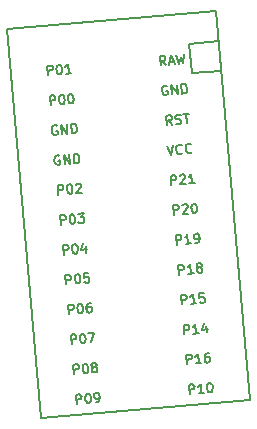
<source format=gbr>
%TF.GenerationSoftware,KiCad,Pcbnew,(5.1.10)-1*%
%TF.CreationDate,2021-07-20T22:46:25+02:00*%
%TF.ProjectId,metasepia_pfefferi_alu_bent,6d657461-7365-4706-9961-5f7066656666,VERSION_HERE*%
%TF.SameCoordinates,Original*%
%TF.FileFunction,Legend,Top*%
%TF.FilePolarity,Positive*%
%FSLAX46Y46*%
G04 Gerber Fmt 4.6, Leading zero omitted, Abs format (unit mm)*
G04 Created by KiCad (PCBNEW (5.1.10)-1) date 2021-07-20 22:46:25*
%MOMM*%
%LPD*%
G01*
G04 APERTURE LIST*
%ADD10C,0.150000*%
G04 APERTURE END LIST*
D10*
%TO.C,C1*%
X16333958Y68473712D02*
X18864293Y68695087D01*
X16112583Y71004046D02*
X18642917Y71225422D01*
X16112583Y71004046D02*
X16333958Y68473712D01*
X18421542Y73755756D02*
X709200Y72206127D01*
X21299424Y40861407D02*
X18421542Y73755756D01*
X3587083Y39311778D02*
X21299424Y40861407D01*
X709200Y72206127D02*
X3587083Y39311778D01*
X14160432Y69195116D02*
X13861577Y69551377D01*
X13705028Y69155273D02*
X13635304Y69952229D01*
X13938906Y69978791D01*
X14018127Y69947481D01*
X14059397Y69912851D01*
X14103988Y69840270D01*
X14113949Y69726420D01*
X14082639Y69647199D01*
X14048009Y69605928D01*
X13975428Y69561338D01*
X13671826Y69534776D01*
X14444112Y69449379D02*
X14823615Y69482581D01*
X14388133Y69215037D02*
X14584061Y70035234D01*
X14919437Y69261520D01*
X15039464Y70075077D02*
X15298940Y69294722D01*
X15400938Y69877257D01*
X15602542Y69321284D01*
X15722569Y70134841D01*
X14258477Y67418807D02*
X14179256Y67450117D01*
X14065405Y67440156D01*
X13954875Y67392245D01*
X13885615Y67309704D01*
X13854305Y67230483D01*
X13829635Y67075362D01*
X13839596Y66961511D01*
X13890827Y66813030D01*
X13935418Y66740450D01*
X14017959Y66671190D01*
X14135130Y66643200D01*
X14211030Y66649841D01*
X14321561Y66697752D01*
X14356191Y66739022D01*
X14332949Y67004674D01*
X14181148Y66991393D01*
X14704384Y66693004D02*
X14634659Y67489959D01*
X15159787Y66732846D01*
X15090063Y67529802D01*
X15539290Y66766048D02*
X15469565Y67563004D01*
X15659317Y67579605D01*
X15776488Y67551616D01*
X15859029Y67482356D01*
X15903619Y67409775D01*
X15954851Y67261294D01*
X15964811Y67147443D01*
X15940142Y66992322D01*
X15908832Y66913101D01*
X15839572Y66830560D01*
X15729041Y66782649D01*
X15539290Y66766048D01*
X14717033Y64144407D02*
X14418179Y64500669D01*
X14261630Y64104565D02*
X14191906Y64901521D01*
X14495508Y64928082D01*
X14574729Y64896772D01*
X14615999Y64862142D01*
X14660590Y64789562D01*
X14670550Y64675711D01*
X14639241Y64596490D01*
X14604610Y64555220D01*
X14532030Y64510629D01*
X14228428Y64484067D01*
X15017315Y64208919D02*
X15134486Y64180930D01*
X15324238Y64197531D01*
X15396818Y64242122D01*
X15431448Y64283392D01*
X15462758Y64362613D01*
X15456118Y64438513D01*
X15411527Y64511094D01*
X15370256Y64545724D01*
X15291036Y64577034D01*
X15135914Y64601703D01*
X15056694Y64633013D01*
X15015423Y64667643D01*
X14970832Y64740223D01*
X14964192Y64816124D01*
X14995502Y64895345D01*
X15030132Y64936615D01*
X15102712Y64981206D01*
X15292463Y64997807D01*
X15409635Y64969817D01*
X15634016Y65027689D02*
X16089419Y65067531D01*
X15931442Y64250654D02*
X15861718Y65047610D01*
X14242505Y62356246D02*
X14577882Y61582531D01*
X14773809Y62402729D01*
X15557949Y61744758D02*
X15523318Y61703487D01*
X15412788Y61655576D01*
X15336887Y61648936D01*
X15219716Y61676925D01*
X15137175Y61746185D01*
X15092585Y61818766D01*
X15041353Y61967247D01*
X15031393Y62081097D01*
X15056062Y62236219D01*
X15087372Y62315440D01*
X15156632Y62397981D01*
X15267163Y62445891D01*
X15343063Y62452532D01*
X15460234Y62424542D01*
X15501505Y62389912D01*
X16354904Y61814482D02*
X16320274Y61773212D01*
X16209744Y61725301D01*
X16133843Y61718660D01*
X16016672Y61746650D01*
X15934131Y61815910D01*
X15889540Y61888490D01*
X15838309Y62036971D01*
X15828349Y62150822D01*
X15853018Y62305943D01*
X15884328Y62385164D01*
X15953588Y62467705D01*
X16064118Y62515616D01*
X16140019Y62522256D01*
X16257190Y62494267D01*
X16298461Y62459637D01*
X14628481Y59037255D02*
X14558756Y59834211D01*
X14862358Y59860773D01*
X14941579Y59829463D01*
X14982849Y59794833D01*
X15027440Y59722253D01*
X15037401Y59608402D01*
X15006091Y59529181D01*
X14971461Y59487911D01*
X14898881Y59443320D01*
X14595278Y59416758D01*
X15324402Y59824715D02*
X15359032Y59865985D01*
X15431612Y59910576D01*
X15621364Y59927177D01*
X15700584Y59895867D01*
X15741855Y59861237D01*
X15786446Y59788657D01*
X15793086Y59712756D01*
X15765096Y59595585D01*
X15349536Y59100339D01*
X15842889Y59143502D01*
X16601895Y59209907D02*
X16146492Y59170064D01*
X16374193Y59189985D02*
X16304469Y59986941D01*
X16238529Y59866450D01*
X16169269Y59783909D01*
X16096688Y59739318D01*
X14849857Y56506921D02*
X14780132Y57303877D01*
X15083734Y57330439D01*
X15162955Y57299129D01*
X15204225Y57264499D01*
X15248816Y57191919D01*
X15258777Y57078068D01*
X15227467Y56998847D01*
X15192837Y56957577D01*
X15120257Y56912986D01*
X14816654Y56886424D01*
X15545778Y57294381D02*
X15580408Y57335651D01*
X15652988Y57380242D01*
X15842740Y57396843D01*
X15921960Y57365533D01*
X15963231Y57330903D01*
X16007822Y57258323D01*
X16014462Y57182422D01*
X15986472Y57065251D01*
X15570912Y56570005D01*
X16064265Y56613168D01*
X16487894Y57453287D02*
X16563795Y57459927D01*
X16643016Y57428618D01*
X16684286Y57393987D01*
X16728877Y57321407D01*
X16780108Y57172926D01*
X16796709Y56983175D01*
X16772040Y56828054D01*
X16740730Y56748833D01*
X16706100Y56707562D01*
X16633519Y56662972D01*
X16557619Y56656331D01*
X16478398Y56687641D01*
X16437128Y56722271D01*
X16392537Y56794851D01*
X16341306Y56943332D01*
X16324705Y57133084D01*
X16349374Y57288205D01*
X16380684Y57367426D01*
X16415314Y57408696D01*
X16487894Y57453287D01*
X15071232Y53976586D02*
X15001507Y54773542D01*
X15305109Y54800104D01*
X15384330Y54768794D01*
X15425600Y54734164D01*
X15470191Y54661584D01*
X15480152Y54547733D01*
X15448842Y54468512D01*
X15414212Y54427242D01*
X15341632Y54382651D01*
X15038029Y54356089D01*
X16285640Y54082833D02*
X15830237Y54042991D01*
X16057939Y54062912D02*
X15988214Y54859868D01*
X15922274Y54739377D01*
X15853014Y54656836D01*
X15780434Y54612245D01*
X16665143Y54116036D02*
X16816944Y54129316D01*
X16889525Y54173907D01*
X16924155Y54215178D01*
X16990094Y54335669D01*
X17014764Y54490790D01*
X16988202Y54794392D01*
X16943611Y54866973D01*
X16902341Y54901603D01*
X16823120Y54932913D01*
X16671319Y54919632D01*
X16598739Y54875041D01*
X16564109Y54833770D01*
X16532799Y54754550D01*
X16549400Y54564798D01*
X16593991Y54492218D01*
X16635261Y54457588D01*
X16714482Y54426278D01*
X16866283Y54439559D01*
X16938863Y54484150D01*
X16973493Y54525420D01*
X17004803Y54604641D01*
X15292608Y51446252D02*
X15222883Y52243208D01*
X15526485Y52269770D01*
X15605706Y52238460D01*
X15646976Y52203830D01*
X15691567Y52131250D01*
X15701528Y52017399D01*
X15670218Y51938178D01*
X15635588Y51896908D01*
X15563008Y51852317D01*
X15259405Y51825755D01*
X16507016Y51552499D02*
X16051613Y51512657D01*
X16279315Y51532578D02*
X16209590Y52329534D01*
X16143650Y52209043D01*
X16074390Y52126502D01*
X16001810Y52081911D01*
X16922577Y52047745D02*
X16843356Y52079055D01*
X16802086Y52113685D01*
X16757495Y52186265D01*
X16754175Y52224216D01*
X16785485Y52303436D01*
X16820115Y52344707D01*
X16892695Y52389298D01*
X17044496Y52402579D01*
X17123717Y52371269D01*
X17164987Y52336639D01*
X17209578Y52264058D01*
X17212898Y52226108D01*
X17181589Y52146887D01*
X17146958Y52105617D01*
X17074378Y52061026D01*
X16922577Y52047745D01*
X16849997Y52003155D01*
X16815367Y51961884D01*
X16784057Y51882663D01*
X16797338Y51730862D01*
X16841928Y51658282D01*
X16883199Y51623652D01*
X16962420Y51592342D01*
X17114221Y51605623D01*
X17186801Y51650214D01*
X17221431Y51691484D01*
X17252741Y51770705D01*
X17239460Y51922506D01*
X17194869Y51995086D01*
X17153599Y52029716D01*
X17074378Y52061026D01*
X15513984Y48915917D02*
X15444259Y49712873D01*
X15747861Y49739435D01*
X15827082Y49708125D01*
X15868352Y49673495D01*
X15912943Y49600915D01*
X15922904Y49487064D01*
X15891594Y49407843D01*
X15856964Y49366573D01*
X15784384Y49321982D01*
X15480781Y49295420D01*
X16728392Y49022164D02*
X16272989Y48982322D01*
X16500691Y49002243D02*
X16430966Y49799199D01*
X16365026Y49678708D01*
X16295766Y49596167D01*
X16223186Y49551576D01*
X17379723Y49882204D02*
X17000220Y49849002D01*
X16995472Y49466179D01*
X17030102Y49507450D01*
X17102683Y49552040D01*
X17292434Y49568641D01*
X17371655Y49537332D01*
X17412925Y49502701D01*
X17457516Y49430121D01*
X17474117Y49240370D01*
X17442807Y49161149D01*
X17408177Y49119879D01*
X17335597Y49075288D01*
X17145845Y49058687D01*
X17066625Y49089997D01*
X17025354Y49124627D01*
X15735359Y46385583D02*
X15665634Y47182539D01*
X15969236Y47209101D01*
X16048457Y47177791D01*
X16089727Y47143161D01*
X16134318Y47070581D01*
X16144279Y46956730D01*
X16112969Y46877509D01*
X16078339Y46836239D01*
X16005759Y46791648D01*
X15702156Y46765086D01*
X16949767Y46491830D02*
X16494364Y46451988D01*
X16722066Y46471909D02*
X16652341Y47268865D01*
X16586401Y47148374D01*
X16517141Y47065833D01*
X16444561Y47021242D01*
X17586389Y47082898D02*
X17632872Y46551594D01*
X17370076Y47369899D02*
X17230128Y46784044D01*
X17723482Y46827207D01*
X15956735Y43855248D02*
X15887010Y44652204D01*
X16190612Y44678766D01*
X16269833Y44647456D01*
X16311103Y44612826D01*
X16355694Y44540246D01*
X16365655Y44426395D01*
X16334345Y44347174D01*
X16299715Y44305904D01*
X16227135Y44261313D01*
X15923532Y44234751D01*
X17171143Y43961495D02*
X16715740Y43921653D01*
X16943442Y43941574D02*
X16873717Y44738530D01*
X16807777Y44618039D01*
X16738517Y44535498D01*
X16665937Y44490907D01*
X17784524Y44818215D02*
X17632723Y44804934D01*
X17560142Y44760343D01*
X17525512Y44719073D01*
X17459572Y44598582D01*
X17434903Y44443460D01*
X17461465Y44139858D01*
X17506055Y44067278D01*
X17547326Y44032648D01*
X17626547Y44001338D01*
X17778348Y44014619D01*
X17850928Y44059210D01*
X17885558Y44100480D01*
X17916868Y44179701D01*
X17900267Y44369452D01*
X17855676Y44442032D01*
X17814406Y44476663D01*
X17735185Y44507972D01*
X17583384Y44494692D01*
X17510803Y44450101D01*
X17476173Y44408830D01*
X17444864Y44329610D01*
X16178110Y41324914D02*
X16108385Y42121870D01*
X16411987Y42148432D01*
X16491208Y42117122D01*
X16532478Y42082492D01*
X16577069Y42009912D01*
X16587030Y41896061D01*
X16555720Y41816840D01*
X16521090Y41775570D01*
X16448510Y41730979D01*
X16144907Y41704417D01*
X17392518Y41431161D02*
X16937115Y41391319D01*
X17164817Y41411240D02*
X17095092Y42208196D01*
X17029152Y42087705D01*
X16959892Y42005164D01*
X16887312Y41960573D01*
X17816147Y42271280D02*
X17892048Y42277920D01*
X17971269Y42246611D01*
X18012539Y42211980D01*
X18057130Y42139400D01*
X18108361Y41990919D01*
X18124962Y41801168D01*
X18100293Y41646047D01*
X18068983Y41566826D01*
X18034353Y41525555D01*
X17961772Y41480965D01*
X17885872Y41474324D01*
X17806651Y41505634D01*
X17765381Y41540264D01*
X17720790Y41612844D01*
X17669559Y41761325D01*
X17652958Y41951077D01*
X17677627Y42106198D01*
X17708937Y42185419D01*
X17743567Y42226689D01*
X17816147Y42271280D01*
X4179510Y68321898D02*
X4109785Y69118854D01*
X4413387Y69145416D01*
X4492608Y69114106D01*
X4533878Y69079476D01*
X4578469Y69006896D01*
X4588430Y68893045D01*
X4557120Y68813824D01*
X4522490Y68772554D01*
X4449910Y68727963D01*
X4146307Y68701401D01*
X5058542Y69201860D02*
X5134442Y69208500D01*
X5213663Y69177190D01*
X5254934Y69142560D01*
X5299524Y69069980D01*
X5350756Y68921499D01*
X5367357Y68731748D01*
X5342687Y68576626D01*
X5311377Y68497405D01*
X5276747Y68456135D01*
X5204167Y68411544D01*
X5128266Y68404904D01*
X5049046Y68436214D01*
X5007775Y68470844D01*
X4963184Y68543424D01*
X4911953Y68691905D01*
X4895352Y68881656D01*
X4920022Y69036778D01*
X4951331Y69115998D01*
X4985962Y69157269D01*
X5058542Y69201860D01*
X6152924Y68494550D02*
X5697521Y68454707D01*
X5925222Y68474628D02*
X5855498Y69271584D01*
X5789558Y69151093D01*
X5720298Y69068552D01*
X5647717Y69023961D01*
X4400885Y65791564D02*
X4331160Y66588520D01*
X4634762Y66615082D01*
X4713983Y66583772D01*
X4755253Y66549142D01*
X4799844Y66476562D01*
X4809805Y66362711D01*
X4778495Y66283490D01*
X4743865Y66242220D01*
X4671285Y66197629D01*
X4367682Y66171067D01*
X5279917Y66671526D02*
X5355817Y66678166D01*
X5435038Y66646856D01*
X5476309Y66612226D01*
X5520899Y66539646D01*
X5572131Y66391165D01*
X5588732Y66201414D01*
X5564062Y66046292D01*
X5532752Y65967071D01*
X5498122Y65925801D01*
X5425542Y65881210D01*
X5349641Y65874570D01*
X5270421Y65905880D01*
X5229150Y65940510D01*
X5184559Y66013090D01*
X5133328Y66161571D01*
X5116727Y66351322D01*
X5141397Y66506444D01*
X5172706Y66585664D01*
X5207337Y66626935D01*
X5279917Y66671526D01*
X6038922Y66737930D02*
X6114823Y66744570D01*
X6194044Y66713261D01*
X6235314Y66678630D01*
X6279905Y66606050D01*
X6331136Y66457569D01*
X6347737Y66267818D01*
X6323068Y66112697D01*
X6291758Y66033476D01*
X6257128Y65992205D01*
X6184547Y65947615D01*
X6108647Y65940974D01*
X6029426Y65972284D01*
X5988156Y66006914D01*
X5943565Y66079494D01*
X5892334Y66227975D01*
X5875733Y66417727D01*
X5900402Y66572848D01*
X5931712Y66652069D01*
X5966342Y66693339D01*
X6038922Y66737930D01*
X4916384Y64051777D02*
X4837163Y64083087D01*
X4723312Y64073126D01*
X4612782Y64025215D01*
X4543522Y63942674D01*
X4512212Y63863453D01*
X4487542Y63708332D01*
X4497503Y63594481D01*
X4548734Y63446000D01*
X4593325Y63373420D01*
X4675866Y63304160D01*
X4793037Y63276170D01*
X4868937Y63282811D01*
X4979468Y63330722D01*
X5014098Y63371992D01*
X4990856Y63637644D01*
X4839055Y63624363D01*
X5362291Y63325974D02*
X5292566Y64122929D01*
X5817694Y63365816D01*
X5747970Y64162772D01*
X6197197Y63399018D02*
X6127472Y64195974D01*
X6317224Y64212575D01*
X6434395Y64184586D01*
X6516936Y64115326D01*
X6561526Y64042745D01*
X6612758Y63894264D01*
X6622718Y63780413D01*
X6598049Y63625292D01*
X6566739Y63546071D01*
X6497479Y63463530D01*
X6386948Y63415619D01*
X6197197Y63399018D01*
X5137759Y61521443D02*
X5058538Y61552753D01*
X4944687Y61542792D01*
X4834157Y61494881D01*
X4764897Y61412340D01*
X4733587Y61333119D01*
X4708917Y61177998D01*
X4718878Y61064147D01*
X4770109Y60915666D01*
X4814700Y60843086D01*
X4897241Y60773826D01*
X5014412Y60745836D01*
X5090312Y60752477D01*
X5200843Y60800388D01*
X5235473Y60841658D01*
X5212231Y61107310D01*
X5060430Y61094029D01*
X5583666Y60795640D02*
X5513941Y61592595D01*
X6039069Y60835482D01*
X5969345Y61632438D01*
X6418572Y60868684D02*
X6348847Y61665640D01*
X6538599Y61682241D01*
X6655770Y61654252D01*
X6738311Y61584992D01*
X6782901Y61512411D01*
X6834133Y61363930D01*
X6844093Y61250079D01*
X6819424Y61094958D01*
X6788114Y61015737D01*
X6718854Y60933196D01*
X6608323Y60885285D01*
X6418572Y60868684D01*
X5065012Y58200560D02*
X4995287Y58997516D01*
X5298889Y59024078D01*
X5378110Y58992768D01*
X5419380Y58958138D01*
X5463971Y58885558D01*
X5473932Y58771707D01*
X5442622Y58692486D01*
X5407992Y58651216D01*
X5335412Y58606625D01*
X5031809Y58580063D01*
X5944044Y59080522D02*
X6019944Y59087162D01*
X6099165Y59055852D01*
X6140436Y59021222D01*
X6185026Y58948642D01*
X6236258Y58800161D01*
X6252859Y58610410D01*
X6228189Y58455288D01*
X6196879Y58376067D01*
X6162249Y58334797D01*
X6089669Y58290206D01*
X6013768Y58283566D01*
X5934548Y58314876D01*
X5893277Y58349506D01*
X5848686Y58422086D01*
X5797455Y58570567D01*
X5780854Y58760318D01*
X5805524Y58915440D01*
X5836833Y58994660D01*
X5871464Y59035931D01*
X5944044Y59080522D01*
X6519938Y59054424D02*
X6554568Y59095695D01*
X6627149Y59140285D01*
X6816900Y59156887D01*
X6896121Y59125577D01*
X6937391Y59090947D01*
X6981982Y59018366D01*
X6988623Y58942466D01*
X6960633Y58825295D01*
X6545072Y58330049D01*
X7038426Y58373212D01*
X5286388Y55670226D02*
X5216663Y56467182D01*
X5520265Y56493744D01*
X5599486Y56462434D01*
X5640756Y56427804D01*
X5685347Y56355224D01*
X5695308Y56241373D01*
X5663998Y56162152D01*
X5629368Y56120882D01*
X5556788Y56076291D01*
X5253185Y56049729D01*
X6165420Y56550188D02*
X6241320Y56556828D01*
X6320541Y56525518D01*
X6361812Y56490888D01*
X6406402Y56418308D01*
X6457634Y56269827D01*
X6474235Y56080076D01*
X6449565Y55924954D01*
X6418255Y55845733D01*
X6383625Y55804463D01*
X6311045Y55759872D01*
X6235144Y55753232D01*
X6155924Y55784542D01*
X6114653Y55819172D01*
X6070062Y55891752D01*
X6018831Y56040233D01*
X6002230Y56229984D01*
X6026900Y56385106D01*
X6058209Y56464326D01*
X6092840Y56505597D01*
X6165420Y56550188D01*
X6696724Y56596671D02*
X7190077Y56639833D01*
X6950987Y56312990D01*
X7064838Y56322950D01*
X7144059Y56291641D01*
X7185329Y56257010D01*
X7229920Y56184430D01*
X7246521Y55994679D01*
X7215211Y55915458D01*
X7180581Y55874188D01*
X7108001Y55829597D01*
X6880299Y55809676D01*
X6801078Y55840985D01*
X6759808Y55875615D01*
X5507763Y53139891D02*
X5438038Y53936847D01*
X5741640Y53963409D01*
X5820861Y53932099D01*
X5862131Y53897469D01*
X5906722Y53824889D01*
X5916683Y53711038D01*
X5885373Y53631817D01*
X5850743Y53590547D01*
X5778163Y53545956D01*
X5474560Y53519394D01*
X6386795Y54019853D02*
X6462695Y54026493D01*
X6541916Y53995183D01*
X6583187Y53960553D01*
X6627777Y53887973D01*
X6679009Y53739492D01*
X6695610Y53549741D01*
X6670940Y53394619D01*
X6639630Y53315398D01*
X6605000Y53274128D01*
X6532420Y53229537D01*
X6456519Y53222897D01*
X6377299Y53254207D01*
X6336028Y53288837D01*
X6291437Y53361417D01*
X6240206Y53509898D01*
X6223605Y53699649D01*
X6248275Y53854771D01*
X6279584Y53933991D01*
X6314215Y53975262D01*
X6386795Y54019853D01*
X7358793Y53837206D02*
X7405276Y53305902D01*
X7142480Y54124207D02*
X7002532Y53538352D01*
X7495886Y53581515D01*
X5729139Y50609557D02*
X5659414Y51406513D01*
X5963016Y51433075D01*
X6042237Y51401765D01*
X6083507Y51367135D01*
X6128098Y51294555D01*
X6138059Y51180704D01*
X6106749Y51101483D01*
X6072119Y51060213D01*
X5999539Y51015622D01*
X5695936Y50989060D01*
X6608171Y51489519D02*
X6684071Y51496159D01*
X6763292Y51464849D01*
X6804563Y51430219D01*
X6849153Y51357639D01*
X6900385Y51209158D01*
X6916986Y51019407D01*
X6892316Y50864285D01*
X6861006Y50785064D01*
X6826376Y50743794D01*
X6753796Y50699203D01*
X6677895Y50692563D01*
X6598675Y50723873D01*
X6557404Y50758503D01*
X6512813Y50831083D01*
X6461582Y50979564D01*
X6444981Y51169315D01*
X6469651Y51324437D01*
X6500960Y51403657D01*
X6535591Y51444928D01*
X6608171Y51489519D01*
X7594878Y51575844D02*
X7215375Y51542642D01*
X7210627Y51159819D01*
X7245257Y51201090D01*
X7317838Y51245680D01*
X7507589Y51262281D01*
X7586810Y51230972D01*
X7628080Y51196341D01*
X7672671Y51123761D01*
X7689272Y50934010D01*
X7657962Y50854789D01*
X7623332Y50813519D01*
X7550752Y50768928D01*
X7361000Y50752327D01*
X7281780Y50783637D01*
X7240509Y50818267D01*
X5950514Y48079222D02*
X5880789Y48876178D01*
X6184391Y48902740D01*
X6263612Y48871430D01*
X6304882Y48836800D01*
X6349473Y48764220D01*
X6359434Y48650369D01*
X6328124Y48571148D01*
X6293494Y48529878D01*
X6220914Y48485287D01*
X5917311Y48458725D01*
X6829546Y48959184D02*
X6905446Y48965824D01*
X6984667Y48934514D01*
X7025938Y48899884D01*
X7070528Y48827304D01*
X7121760Y48678823D01*
X7138361Y48489072D01*
X7113691Y48333950D01*
X7082381Y48254729D01*
X7047751Y48213459D01*
X6975171Y48168868D01*
X6899270Y48162228D01*
X6820050Y48193538D01*
X6778779Y48228168D01*
X6734188Y48300748D01*
X6682957Y48449229D01*
X6666356Y48638980D01*
X6691026Y48794102D01*
X6722335Y48873322D01*
X6756966Y48914593D01*
X6829546Y48959184D01*
X7778303Y49042189D02*
X7626502Y49028908D01*
X7553921Y48984317D01*
X7519291Y48943047D01*
X7453351Y48822556D01*
X7428682Y48667434D01*
X7455244Y48363832D01*
X7499834Y48291252D01*
X7541105Y48256622D01*
X7620326Y48225312D01*
X7772127Y48238593D01*
X7844707Y48283184D01*
X7879337Y48324454D01*
X7910647Y48403675D01*
X7894046Y48593426D01*
X7849455Y48666006D01*
X7808185Y48700637D01*
X7728964Y48731946D01*
X7577163Y48718666D01*
X7504582Y48674075D01*
X7469952Y48632804D01*
X7438643Y48553584D01*
X6171890Y45548888D02*
X6102165Y46345844D01*
X6405767Y46372406D01*
X6484988Y46341096D01*
X6526258Y46306466D01*
X6570849Y46233886D01*
X6580810Y46120035D01*
X6549500Y46040814D01*
X6514870Y45999544D01*
X6442290Y45954953D01*
X6138687Y45928391D01*
X7050922Y46428850D02*
X7126822Y46435490D01*
X7206043Y46404180D01*
X7247314Y46369550D01*
X7291904Y46296970D01*
X7343136Y46148489D01*
X7359737Y45958738D01*
X7335067Y45803616D01*
X7303757Y45724395D01*
X7269127Y45683125D01*
X7196547Y45638534D01*
X7120646Y45631894D01*
X7041426Y45663204D01*
X7000155Y45697834D01*
X6955564Y45770414D01*
X6904333Y45918895D01*
X6887732Y46108646D01*
X6912402Y46263768D01*
X6943711Y46342988D01*
X6978342Y46384259D01*
X7050922Y46428850D01*
X7582226Y46475333D02*
X8113530Y46521816D01*
X7841702Y45694978D01*
X6393266Y43018553D02*
X6323541Y43815509D01*
X6627143Y43842071D01*
X6706364Y43810761D01*
X6747634Y43776131D01*
X6792225Y43703551D01*
X6802186Y43589700D01*
X6770876Y43510479D01*
X6736246Y43469209D01*
X6663666Y43424618D01*
X6360063Y43398056D01*
X7272298Y43898515D02*
X7348198Y43905155D01*
X7427419Y43873845D01*
X7468690Y43839215D01*
X7513280Y43766635D01*
X7564512Y43618154D01*
X7581113Y43428403D01*
X7556443Y43273281D01*
X7525133Y43194060D01*
X7490503Y43152790D01*
X7417923Y43108199D01*
X7342022Y43101559D01*
X7262802Y43132869D01*
X7221531Y43167499D01*
X7176940Y43240079D01*
X7125709Y43388560D01*
X7109108Y43578311D01*
X7133778Y43733433D01*
X7165087Y43812653D01*
X7199718Y43853924D01*
X7272298Y43898515D01*
X8023235Y43620046D02*
X7944014Y43651356D01*
X7902744Y43685986D01*
X7858153Y43758566D01*
X7854833Y43796517D01*
X7886143Y43875737D01*
X7920773Y43917008D01*
X7993353Y43961599D01*
X8145154Y43974880D01*
X8224375Y43943570D01*
X8265645Y43908940D01*
X8310236Y43836359D01*
X8313556Y43798409D01*
X8282247Y43719188D01*
X8247616Y43677918D01*
X8175036Y43633327D01*
X8023235Y43620046D01*
X7950655Y43575456D01*
X7916025Y43534185D01*
X7884715Y43454964D01*
X7897996Y43303163D01*
X7942586Y43230583D01*
X7983857Y43195953D01*
X8063078Y43164643D01*
X8214879Y43177924D01*
X8287459Y43222515D01*
X8322089Y43263785D01*
X8353399Y43343006D01*
X8340118Y43494807D01*
X8295527Y43567387D01*
X8254257Y43602017D01*
X8175036Y43633327D01*
X6614641Y40488219D02*
X6544916Y41285175D01*
X6848518Y41311737D01*
X6927739Y41280427D01*
X6969009Y41245797D01*
X7013600Y41173217D01*
X7023561Y41059366D01*
X6992251Y40980145D01*
X6957621Y40938875D01*
X6885041Y40894284D01*
X6581438Y40867722D01*
X7493673Y41368181D02*
X7569573Y41374821D01*
X7648794Y41343511D01*
X7690065Y41308881D01*
X7734655Y41236301D01*
X7785887Y41087820D01*
X7802488Y40898069D01*
X7777818Y40742947D01*
X7746508Y40663726D01*
X7711878Y40622456D01*
X7639298Y40577865D01*
X7563397Y40571225D01*
X7484177Y40602535D01*
X7442906Y40637165D01*
X7398315Y40709745D01*
X7347084Y40858226D01*
X7330483Y41047977D01*
X7355153Y41203099D01*
X7386462Y41282319D01*
X7421093Y41323590D01*
X7493673Y41368181D01*
X8208552Y40627669D02*
X8360353Y40640949D01*
X8432934Y40685540D01*
X8467564Y40726811D01*
X8533503Y40847302D01*
X8558173Y41002423D01*
X8531611Y41306025D01*
X8487020Y41378606D01*
X8445750Y41413236D01*
X8366529Y41444546D01*
X8214728Y41431265D01*
X8142148Y41386674D01*
X8107518Y41345403D01*
X8076208Y41266183D01*
X8092809Y41076431D01*
X8137400Y41003851D01*
X8178670Y40969221D01*
X8257891Y40937911D01*
X8409692Y40951192D01*
X8482272Y40995783D01*
X8516902Y41037053D01*
X8548212Y41116274D01*
%TD*%
M02*

</source>
